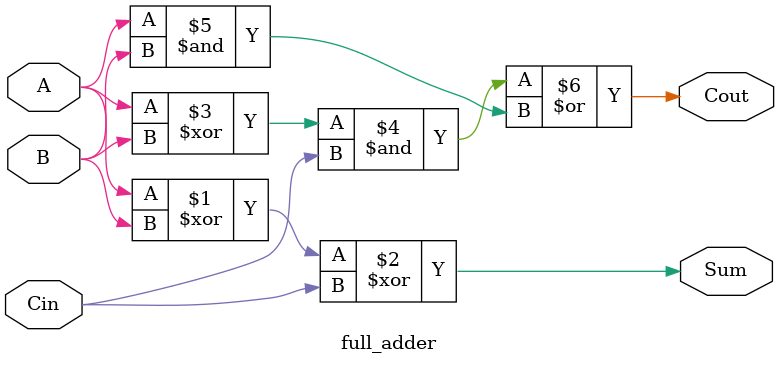
<source format=v>
module full_adder(
    input A,     // First bit
    input B,     // Second bit
    input Cin,   // Carry-in
    output Sum,  // Sum
    output Cout  // Carry-out
);
    // Logic for Full Adder
    assign Sum = A ^ B ^ Cin;        // XOR for Sum
    assign Cout = ((A ^ B) & Cin) | (A & B); // Carry-out
endmodule

</source>
